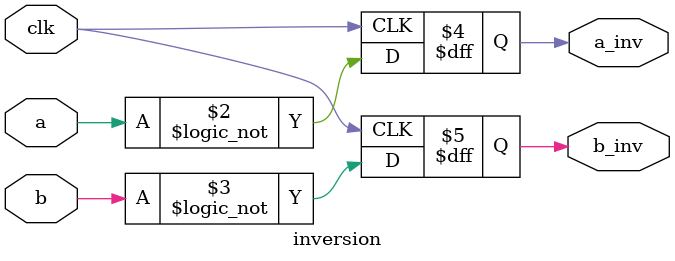
<source format=v>
`timescale 1ns / 1ps
module inversion(clk, a, b, a_inv, b_inv);
    
	 input clk;
	 input a;
    input b;
    output a_inv;
    output b_inv;
    
	reg a_inv, b_inv;
	
	always @(posedge clk)
		begin
			a_inv = !a;
			b_inv = !b;
		end
	

endmodule

</source>
